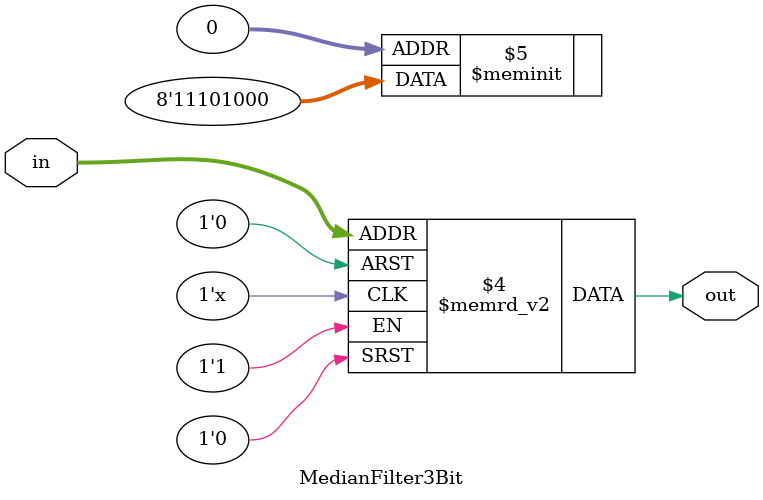
<source format=v>
`timescale 1ns / 1ps
module MedianFilter3Bit(
    input [2:0] in,
    output reg out
    );

always @ (*) 
begin
	case (in) 
		3'b000: out <= 1'b0;
		3'b001: out <= 1'b0;
		3'b010: out <= 1'b0;
		3'b011: out <= 1'b1;
		3'b100: out <= 1'b0;
		3'b101: out <= 1'b1;
		3'b110: out <= 1'b1;
		3'b111: out <= 1'b1;
		default: out <= 1'b0;
	endcase
end

endmodule

</source>
